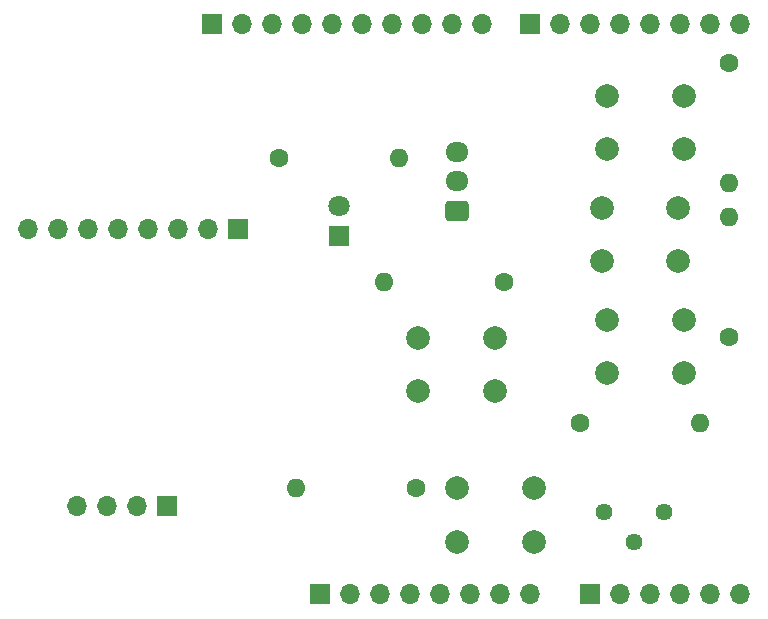
<source format=gbr>
%TF.GenerationSoftware,KiCad,Pcbnew,8.0.8*%
%TF.CreationDate,2025-02-03T18:19:12-07:00*%
%TF.ProjectId,project1,70726f6a-6563-4743-912e-6b696361645f,rev?*%
%TF.SameCoordinates,Original*%
%TF.FileFunction,Soldermask,Top*%
%TF.FilePolarity,Negative*%
%FSLAX46Y46*%
G04 Gerber Fmt 4.6, Leading zero omitted, Abs format (unit mm)*
G04 Created by KiCad (PCBNEW 8.0.8) date 2025-02-03 18:19:12*
%MOMM*%
%LPD*%
G01*
G04 APERTURE LIST*
G04 Aperture macros list*
%AMRoundRect*
0 Rectangle with rounded corners*
0 $1 Rounding radius*
0 $2 $3 $4 $5 $6 $7 $8 $9 X,Y pos of 4 corners*
0 Add a 4 corners polygon primitive as box body*
4,1,4,$2,$3,$4,$5,$6,$7,$8,$9,$2,$3,0*
0 Add four circle primitives for the rounded corners*
1,1,$1+$1,$2,$3*
1,1,$1+$1,$4,$5*
1,1,$1+$1,$6,$7*
1,1,$1+$1,$8,$9*
0 Add four rect primitives between the rounded corners*
20,1,$1+$1,$2,$3,$4,$5,0*
20,1,$1+$1,$4,$5,$6,$7,0*
20,1,$1+$1,$6,$7,$8,$9,0*
20,1,$1+$1,$8,$9,$2,$3,0*%
G04 Aperture macros list end*
%ADD10R,1.700000X1.700000*%
%ADD11O,1.700000X1.700000*%
%ADD12C,2.000000*%
%ADD13C,1.600000*%
%ADD14O,1.600000X1.600000*%
%ADD15RoundRect,0.250000X0.725000X-0.600000X0.725000X0.600000X-0.725000X0.600000X-0.725000X-0.600000X0*%
%ADD16O,1.950000X1.700000*%
%ADD17C,1.440000*%
%ADD18R,1.800000X1.800000*%
%ADD19C,1.800000*%
G04 APERTURE END LIST*
D10*
%TO.C,J1*%
X127940000Y-97460000D03*
D11*
X130480000Y-97460000D03*
X133020000Y-97460000D03*
X135560000Y-97460000D03*
X138100000Y-97460000D03*
X140640000Y-97460000D03*
X143180000Y-97460000D03*
X145720000Y-97460000D03*
%TD*%
D10*
%TO.C,J3*%
X150800000Y-97460000D03*
D11*
X153340000Y-97460000D03*
X155880000Y-97460000D03*
X158420000Y-97460000D03*
X160960000Y-97460000D03*
X163500000Y-97460000D03*
%TD*%
D10*
%TO.C,J2*%
X118796000Y-49200000D03*
D11*
X121336000Y-49200000D03*
X123876000Y-49200000D03*
X126416000Y-49200000D03*
X128956000Y-49200000D03*
X131496000Y-49200000D03*
X134036000Y-49200000D03*
X136576000Y-49200000D03*
X139116000Y-49200000D03*
X141656000Y-49200000D03*
%TD*%
D10*
%TO.C,J4*%
X145720000Y-49200000D03*
D11*
X148260000Y-49200000D03*
X150800000Y-49200000D03*
X153340000Y-49200000D03*
X155880000Y-49200000D03*
X158420000Y-49200000D03*
X160960000Y-49200000D03*
X163500000Y-49200000D03*
%TD*%
D12*
%TO.C,SW1*%
X152250000Y-55250000D03*
X158750000Y-55250000D03*
X152250000Y-59750000D03*
X158750000Y-59750000D03*
%TD*%
%TO.C,SW2*%
X158250000Y-69250000D03*
X151750000Y-69250000D03*
X158250000Y-64750000D03*
X151750000Y-64750000D03*
%TD*%
D13*
%TO.C,R6*%
X124420000Y-60500000D03*
D14*
X134580000Y-60500000D03*
%TD*%
D13*
%TO.C,R5*%
X136080000Y-88500000D03*
D14*
X125920000Y-88500000D03*
%TD*%
D13*
%TO.C,R4*%
X143500000Y-71000000D03*
D14*
X133340000Y-71000000D03*
%TD*%
D13*
%TO.C,R1*%
X162500000Y-52500000D03*
D14*
X162500000Y-62660000D03*
%TD*%
D13*
%TO.C,R3*%
X149920000Y-83000000D03*
D14*
X160080000Y-83000000D03*
%TD*%
D12*
%TO.C,SW4*%
X142750000Y-80250000D03*
X136250000Y-80250000D03*
X142750000Y-75750000D03*
X136250000Y-75750000D03*
%TD*%
%TO.C,SW3*%
X152250000Y-74250000D03*
X158750000Y-74250000D03*
X152250000Y-78750000D03*
X158750000Y-78750000D03*
%TD*%
D10*
%TO.C,J5*%
X121000000Y-66500000D03*
D11*
X118460000Y-66500000D03*
X115920000Y-66500000D03*
X113380000Y-66500000D03*
X110840000Y-66500000D03*
X108300000Y-66500000D03*
X105760000Y-66500000D03*
X103220000Y-66500000D03*
%TD*%
D13*
%TO.C,R2*%
X162500000Y-75660000D03*
D14*
X162500000Y-65500000D03*
%TD*%
D15*
%TO.C,J7*%
X139500000Y-65000000D03*
D16*
X139500000Y-62500000D03*
X139500000Y-60000000D03*
%TD*%
D17*
%TO.C,RV1*%
X151960000Y-90515000D03*
X154500000Y-93055000D03*
X157040000Y-90515000D03*
%TD*%
D12*
%TO.C,SW5*%
X139500000Y-88500000D03*
X146000000Y-88500000D03*
X139500000Y-93000000D03*
X146000000Y-93000000D03*
%TD*%
D10*
%TO.C,J6*%
X115000000Y-90000000D03*
D11*
X112460000Y-90000000D03*
X109920000Y-90000000D03*
X107380000Y-90000000D03*
%TD*%
D18*
%TO.C,D1*%
X129560000Y-67140000D03*
D19*
X129560000Y-64600000D03*
%TD*%
M02*

</source>
